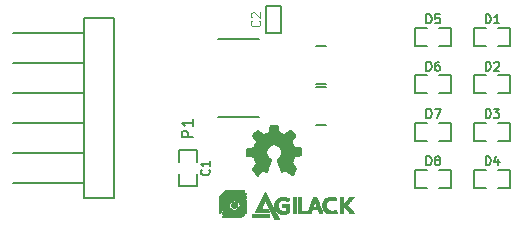
<source format=gbr>
G04 #@! TF.GenerationSoftware,KiCad,Pcbnew,5.0.2*
G04 #@! TF.CreationDate,2020-06-05T09:12:56+02:00*
G04 #@! TF.ProjectId,pmod-8leds,706d6f64-2d38-46c6-9564-732e6b696361,rev?*
G04 #@! TF.SameCoordinates,Original*
G04 #@! TF.FileFunction,Legend,Top*
G04 #@! TF.FilePolarity,Positive*
%FSLAX46Y46*%
G04 Gerber Fmt 4.6, Leading zero omitted, Abs format (unit mm)*
G04 Created by KiCad (PCBNEW 5.0.2) date ven. 05 juin 2020 09:12:56 CEST*
%MOMM*%
%LPD*%
G01*
G04 APERTURE LIST*
%ADD10C,0.150000*%
%ADD11C,0.203200*%
%ADD12C,0.127000*%
%ADD13C,0.027940*%
%ADD14C,0.101600*%
G04 APERTURE END LIST*
D10*
G04 #@! TO.C,P1*
X123460000Y-98650000D02*
X129460000Y-98650000D01*
X123460000Y-101190000D02*
X129460000Y-101190000D01*
X123460000Y-103730000D02*
X129460000Y-103730000D01*
X123460000Y-106270000D02*
X129460000Y-106270000D01*
X123460000Y-108810000D02*
X129460000Y-108810000D01*
X123460000Y-111350000D02*
X129460000Y-111350000D01*
X132000000Y-112620000D02*
X132000000Y-97380000D01*
X132000000Y-97380000D02*
X129460000Y-97380000D01*
X129460000Y-97380000D02*
X129460000Y-112620000D01*
X132000000Y-112620000D02*
X129460000Y-112620000D01*
D11*
G04 #@! TO.C,U1*
X144247520Y-99150000D02*
X140752480Y-99150000D01*
X140752480Y-105750000D02*
X144247520Y-105750000D01*
D12*
G04 #@! TO.C,C1*
X139012000Y-110608000D02*
X139012000Y-111624000D01*
X139012000Y-111624000D02*
X137488000Y-111624000D01*
X137488000Y-111624000D02*
X137488000Y-110608000D01*
X137488000Y-109592000D02*
X137488000Y-108576000D01*
X137488000Y-108576000D02*
X139012000Y-108576000D01*
X139012000Y-108576000D02*
X139012000Y-109592000D01*
D10*
G04 #@! TO.C,RP1*
X149900000Y-102975000D02*
X149100000Y-102975000D01*
X149900000Y-99725000D02*
X149100000Y-99725000D01*
G04 #@! TO.C,RP2*
X149900000Y-103225000D02*
X149100000Y-103225000D01*
X149900000Y-106475000D02*
X149100000Y-106475000D01*
D12*
G04 #@! TO.C,D1*
X165524000Y-99762000D02*
X164508000Y-99762000D01*
X165524000Y-98238000D02*
X165524000Y-99762000D01*
X164508000Y-98238000D02*
X165524000Y-98238000D01*
X162476000Y-98238000D02*
X163492000Y-98238000D01*
X162476000Y-99762000D02*
X162476000Y-98238000D01*
X163492000Y-99762000D02*
X162476000Y-99762000D01*
G04 #@! TO.C,D2*
X165524000Y-103762000D02*
X164508000Y-103762000D01*
X165524000Y-102238000D02*
X165524000Y-103762000D01*
X164508000Y-102238000D02*
X165524000Y-102238000D01*
X162476000Y-102238000D02*
X163492000Y-102238000D01*
X162476000Y-103762000D02*
X162476000Y-102238000D01*
X163492000Y-103762000D02*
X162476000Y-103762000D01*
G04 #@! TO.C,D3*
X165524000Y-107762000D02*
X164508000Y-107762000D01*
X165524000Y-106238000D02*
X165524000Y-107762000D01*
X164508000Y-106238000D02*
X165524000Y-106238000D01*
X162476000Y-106238000D02*
X163492000Y-106238000D01*
X162476000Y-107762000D02*
X162476000Y-106238000D01*
X163492000Y-107762000D02*
X162476000Y-107762000D01*
G04 #@! TO.C,D4*
X165524000Y-111762000D02*
X164508000Y-111762000D01*
X165524000Y-110238000D02*
X165524000Y-111762000D01*
X164508000Y-110238000D02*
X165524000Y-110238000D01*
X162476000Y-110238000D02*
X163492000Y-110238000D01*
X162476000Y-111762000D02*
X162476000Y-110238000D01*
X163492000Y-111762000D02*
X162476000Y-111762000D01*
G04 #@! TO.C,D5*
X158492000Y-99762000D02*
X157476000Y-99762000D01*
X157476000Y-99762000D02*
X157476000Y-98238000D01*
X157476000Y-98238000D02*
X158492000Y-98238000D01*
X159508000Y-98238000D02*
X160524000Y-98238000D01*
X160524000Y-98238000D02*
X160524000Y-99762000D01*
X160524000Y-99762000D02*
X159508000Y-99762000D01*
G04 #@! TO.C,D6*
X158492000Y-103762000D02*
X157476000Y-103762000D01*
X157476000Y-103762000D02*
X157476000Y-102238000D01*
X157476000Y-102238000D02*
X158492000Y-102238000D01*
X159508000Y-102238000D02*
X160524000Y-102238000D01*
X160524000Y-102238000D02*
X160524000Y-103762000D01*
X160524000Y-103762000D02*
X159508000Y-103762000D01*
G04 #@! TO.C,D7*
X158492000Y-107762000D02*
X157476000Y-107762000D01*
X157476000Y-107762000D02*
X157476000Y-106238000D01*
X157476000Y-106238000D02*
X158492000Y-106238000D01*
X159508000Y-106238000D02*
X160524000Y-106238000D01*
X160524000Y-106238000D02*
X160524000Y-107762000D01*
X160524000Y-107762000D02*
X159508000Y-107762000D01*
G04 #@! TO.C,D8*
X158492000Y-111762000D02*
X157476000Y-111762000D01*
X157476000Y-111762000D02*
X157476000Y-110238000D01*
X157476000Y-110238000D02*
X158492000Y-110238000D01*
X159508000Y-110238000D02*
X160524000Y-110238000D01*
X160524000Y-110238000D02*
X160524000Y-111762000D01*
X160524000Y-111762000D02*
X159508000Y-111762000D01*
G04 #@! TO.C,C2*
X144865000Y-98643000D02*
X144865000Y-96357000D01*
X144865000Y-96357000D02*
X146135000Y-96357000D01*
X146135000Y-96357000D02*
X146135000Y-98643000D01*
X146135000Y-98643000D02*
X144865000Y-98643000D01*
D13*
G04 #@! TO.C,agilack-11.5*
X145592840Y-114438720D02*
X145973840Y-114438720D01*
X145567440Y-114413320D02*
X145948440Y-114413320D01*
X145567440Y-114387920D02*
X145948440Y-114387920D01*
X145542040Y-114362520D02*
X145923040Y-114362520D01*
X145542040Y-114337120D02*
X145923040Y-114337120D01*
X145516640Y-114311720D02*
X145897640Y-114311720D01*
X145516640Y-114286320D02*
X145897640Y-114286320D01*
X145491240Y-114260920D02*
X145872240Y-114260920D01*
X145491240Y-114235520D02*
X145872240Y-114235520D01*
X143637040Y-114235520D02*
X145110240Y-114235520D01*
X145465840Y-114210120D02*
X145846840Y-114210120D01*
X143637040Y-114210120D02*
X145110240Y-114210120D01*
X141122440Y-114210120D02*
X142773440Y-114210120D01*
X145465840Y-114184720D02*
X145846840Y-114184720D01*
X143637040Y-114184720D02*
X145110240Y-114184720D01*
X141122440Y-114184720D02*
X142798840Y-114184720D01*
X145440440Y-114159320D02*
X145821440Y-114159320D01*
X143637040Y-114159320D02*
X145110240Y-114159320D01*
X141122440Y-114159320D02*
X142824240Y-114159320D01*
X145440440Y-114133920D02*
X145821440Y-114133920D01*
X143637040Y-114133920D02*
X145110240Y-114133920D01*
X141173240Y-114133920D02*
X142849640Y-114133920D01*
X145415040Y-114108520D02*
X145796040Y-114108520D01*
X143637040Y-114108520D02*
X145110240Y-114108520D01*
X141198640Y-114108520D02*
X142875040Y-114108520D01*
X145415040Y-114083120D02*
X145770640Y-114083120D01*
X143637040Y-114083120D02*
X145110240Y-114083120D01*
X141224040Y-114083120D02*
X142900440Y-114083120D01*
X145389640Y-114057720D02*
X145770640Y-114057720D01*
X143637040Y-114057720D02*
X145110240Y-114057720D01*
X141249440Y-114057720D02*
X142925840Y-114057720D01*
X145389640Y-114032320D02*
X145745240Y-114032320D01*
X143637040Y-114032320D02*
X145110240Y-114032320D01*
X141274840Y-114032320D02*
X142951240Y-114032320D01*
X145364240Y-114006920D02*
X145745240Y-114006920D01*
X143637040Y-114006920D02*
X145110240Y-114006920D01*
X141300240Y-114006920D02*
X142976640Y-114006920D01*
X141122440Y-114006920D02*
X141147840Y-114006920D01*
X145364240Y-113981520D02*
X145719840Y-113981520D01*
X141325640Y-113981520D02*
X143002040Y-113981520D01*
X141122440Y-113981520D02*
X141173240Y-113981520D01*
X146075440Y-113956120D02*
X146507240Y-113956120D01*
X145338840Y-113956120D02*
X145719840Y-113956120D01*
X141351040Y-113956120D02*
X143027440Y-113956120D01*
X141122440Y-113956120D02*
X141198640Y-113956120D01*
X150139440Y-113930720D02*
X150571240Y-113930720D01*
X145999240Y-113930720D02*
X146583440Y-113930720D01*
X145338840Y-113930720D02*
X145694440Y-113930720D01*
X141376440Y-113930720D02*
X143052840Y-113930720D01*
X141122440Y-113930720D02*
X141224040Y-113930720D01*
X151968240Y-113905320D02*
X152323840Y-113905320D01*
X151155440Y-113905320D02*
X151409440Y-113905320D01*
X150063240Y-113905320D02*
X150672840Y-113905320D01*
X149352040Y-113905320D02*
X149631440Y-113905320D01*
X147574040Y-113905320D02*
X148615440Y-113905320D01*
X147142240Y-113905320D02*
X147396240Y-113905320D01*
X145923040Y-113905320D02*
X146659640Y-113905320D01*
X145313440Y-113905320D02*
X145694440Y-113905320D01*
X141401840Y-113905320D02*
X143078240Y-113905320D01*
X141122440Y-113905320D02*
X141249440Y-113905320D01*
X151942840Y-113879920D02*
X152298440Y-113879920D01*
X151155440Y-113879920D02*
X151409440Y-113879920D01*
X149987040Y-113879920D02*
X150749040Y-113879920D01*
X149326640Y-113879920D02*
X149606040Y-113879920D01*
X147574040Y-113879920D02*
X148615440Y-113879920D01*
X147142240Y-113879920D02*
X147396240Y-113879920D01*
X145872240Y-113879920D02*
X146710440Y-113879920D01*
X145313440Y-113879920D02*
X145669040Y-113879920D01*
X141427240Y-113879920D02*
X143103640Y-113879920D01*
X141122440Y-113879920D02*
X141274840Y-113879920D01*
X140868440Y-113879920D02*
X140944640Y-113879920D01*
X151917440Y-113854520D02*
X152273040Y-113854520D01*
X151155440Y-113854520D02*
X151409440Y-113854520D01*
X149961640Y-113854520D02*
X150825240Y-113854520D01*
X149326640Y-113854520D02*
X149606040Y-113854520D01*
X147574040Y-113854520D02*
X148640840Y-113854520D01*
X147142240Y-113854520D02*
X147396240Y-113854520D01*
X145846840Y-113854520D02*
X146735840Y-113854520D01*
X145288040Y-113854520D02*
X145669040Y-113854520D01*
X141452640Y-113854520D02*
X143129040Y-113854520D01*
X141122440Y-113854520D02*
X141300240Y-113854520D01*
X140868440Y-113854520D02*
X140970040Y-113854520D01*
X151892040Y-113829120D02*
X152247640Y-113829120D01*
X151155440Y-113829120D02*
X151409440Y-113829120D01*
X149910840Y-113829120D02*
X150825240Y-113829120D01*
X149301240Y-113829120D02*
X149606040Y-113829120D01*
X147574040Y-113829120D02*
X148640840Y-113829120D01*
X147142240Y-113829120D02*
X147396240Y-113829120D01*
X145821440Y-113829120D02*
X146786640Y-113829120D01*
X145288040Y-113829120D02*
X145643640Y-113829120D01*
X143916440Y-113829120D02*
X145110240Y-113829120D01*
X141478040Y-113829120D02*
X143154440Y-113829120D01*
X141122440Y-113829120D02*
X141325640Y-113829120D01*
X140868440Y-113829120D02*
X140995440Y-113829120D01*
X151866640Y-113803720D02*
X152222240Y-113803720D01*
X151155440Y-113803720D02*
X151409440Y-113803720D01*
X149885440Y-113803720D02*
X150799840Y-113803720D01*
X149301240Y-113803720D02*
X149580640Y-113803720D01*
X147574040Y-113803720D02*
X148640840Y-113803720D01*
X147142240Y-113803720D02*
X147396240Y-113803720D01*
X145770640Y-113803720D02*
X146812040Y-113803720D01*
X145262640Y-113803720D02*
X145643640Y-113803720D01*
X143916440Y-113803720D02*
X145110240Y-113803720D01*
X141503440Y-113803720D02*
X143179840Y-113803720D01*
X141173240Y-113803720D02*
X141351040Y-113803720D01*
X140868440Y-113803720D02*
X141020840Y-113803720D01*
X151841240Y-113778320D02*
X152222240Y-113778320D01*
X151155440Y-113778320D02*
X151409440Y-113778320D01*
X149834640Y-113778320D02*
X150799840Y-113778320D01*
X149301240Y-113778320D02*
X149580640Y-113778320D01*
X147574040Y-113778320D02*
X148666240Y-113778320D01*
X147142240Y-113778320D02*
X147396240Y-113778320D01*
X145770640Y-113778320D02*
X146837440Y-113778320D01*
X145262640Y-113778320D02*
X145618240Y-113778320D01*
X143916440Y-113778320D02*
X145110240Y-113778320D01*
X141528840Y-113778320D02*
X143179840Y-113778320D01*
X141198640Y-113778320D02*
X141376440Y-113778320D01*
X140868440Y-113778320D02*
X141046240Y-113778320D01*
X151841240Y-113752920D02*
X152196840Y-113752920D01*
X151155440Y-113752920D02*
X151409440Y-113752920D01*
X149809240Y-113752920D02*
X150799840Y-113752920D01*
X149275840Y-113752920D02*
X149580640Y-113752920D01*
X147574040Y-113752920D02*
X148666240Y-113752920D01*
X147142240Y-113752920D02*
X147396240Y-113752920D01*
X145745240Y-113752920D02*
X146837440Y-113752920D01*
X145237240Y-113752920D02*
X145618240Y-113752920D01*
X143941840Y-113752920D02*
X145084840Y-113752920D01*
X141554240Y-113752920D02*
X143179840Y-113752920D01*
X141224040Y-113752920D02*
X141401840Y-113752920D01*
X140868440Y-113752920D02*
X141046240Y-113752920D01*
X151815840Y-113727520D02*
X152171440Y-113727520D01*
X151155440Y-113727520D02*
X151409440Y-113727520D01*
X149783840Y-113727520D02*
X150774440Y-113727520D01*
X149275840Y-113727520D02*
X149555240Y-113727520D01*
X147574040Y-113727520D02*
X148666240Y-113727520D01*
X147142240Y-113727520D02*
X147396240Y-113727520D01*
X145719840Y-113727520D02*
X146837440Y-113727520D01*
X145237240Y-113727520D02*
X145592840Y-113727520D01*
X143941840Y-113727520D02*
X145084840Y-113727520D01*
X141579640Y-113727520D02*
X143179840Y-113727520D01*
X141249440Y-113727520D02*
X141427240Y-113727520D01*
X140868440Y-113727520D02*
X141046240Y-113727520D01*
X151790440Y-113702120D02*
X152146040Y-113702120D01*
X151155440Y-113702120D02*
X151409440Y-113702120D01*
X149783840Y-113702120D02*
X150774440Y-113702120D01*
X149250440Y-113702120D02*
X149555240Y-113702120D01*
X147574040Y-113702120D02*
X148691640Y-113702120D01*
X147142240Y-113702120D02*
X147396240Y-113702120D01*
X146456440Y-113702120D02*
X146837440Y-113702120D01*
X145694440Y-113702120D02*
X146177040Y-113702120D01*
X145211840Y-113702120D02*
X145592840Y-113702120D01*
X143967240Y-113702120D02*
X145059440Y-113702120D01*
X141605040Y-113702120D02*
X143179840Y-113702120D01*
X141274840Y-113702120D02*
X141452640Y-113702120D01*
X140868440Y-113702120D02*
X141046240Y-113702120D01*
X151765040Y-113676720D02*
X152120640Y-113676720D01*
X151155440Y-113676720D02*
X151409440Y-113676720D01*
X150571240Y-113676720D02*
X150749040Y-113676720D01*
X149758440Y-113676720D02*
X150241040Y-113676720D01*
X149250440Y-113676720D02*
X149555240Y-113676720D01*
X148412240Y-113676720D02*
X148691640Y-113676720D01*
X147574040Y-113676720D02*
X147828040Y-113676720D01*
X147142240Y-113676720D02*
X147396240Y-113676720D01*
X146532640Y-113676720D02*
X146837440Y-113676720D01*
X145669040Y-113676720D02*
X146100840Y-113676720D01*
X145211840Y-113676720D02*
X145567440Y-113676720D01*
X143967240Y-113676720D02*
X145059440Y-113676720D01*
X141630440Y-113676720D02*
X143179840Y-113676720D01*
X141300240Y-113676720D02*
X141478040Y-113676720D01*
X140868440Y-113676720D02*
X141046240Y-113676720D01*
X151739640Y-113651320D02*
X152095240Y-113651320D01*
X151155440Y-113651320D02*
X151409440Y-113651320D01*
X150647440Y-113651320D02*
X150749040Y-113651320D01*
X149733040Y-113651320D02*
X150164840Y-113651320D01*
X149250440Y-113651320D02*
X149529840Y-113651320D01*
X148437640Y-113651320D02*
X148717040Y-113651320D01*
X147574040Y-113651320D02*
X147828040Y-113651320D01*
X147142240Y-113651320D02*
X147396240Y-113651320D01*
X146558040Y-113651320D02*
X146837440Y-113651320D01*
X145669040Y-113651320D02*
X146050040Y-113651320D01*
X145186440Y-113651320D02*
X145567440Y-113651320D01*
X143992640Y-113651320D02*
X145034040Y-113651320D01*
X141655840Y-113651320D02*
X143179840Y-113651320D01*
X141325640Y-113651320D02*
X141503440Y-113651320D01*
X141122440Y-113651320D02*
X141173240Y-113651320D01*
X140868440Y-113651320D02*
X141046240Y-113651320D01*
X151714240Y-113625920D02*
X152069840Y-113625920D01*
X151155440Y-113625920D02*
X151409440Y-113625920D01*
X149733040Y-113625920D02*
X150114040Y-113625920D01*
X149225040Y-113625920D02*
X149529840Y-113625920D01*
X148437640Y-113625920D02*
X148717040Y-113625920D01*
X147574040Y-113625920D02*
X147828040Y-113625920D01*
X147142240Y-113625920D02*
X147396240Y-113625920D01*
X146583440Y-113625920D02*
X146837440Y-113625920D01*
X145643640Y-113625920D02*
X146024640Y-113625920D01*
X145186440Y-113625920D02*
X145542040Y-113625920D01*
X143992640Y-113625920D02*
X145034040Y-113625920D01*
X141681240Y-113625920D02*
X143179840Y-113625920D01*
X141351040Y-113625920D02*
X141528840Y-113625920D01*
X141122440Y-113625920D02*
X141198640Y-113625920D01*
X140868440Y-113625920D02*
X141046240Y-113625920D01*
X151688840Y-113600520D02*
X152044440Y-113600520D01*
X151155440Y-113600520D02*
X151409440Y-113600520D01*
X149707640Y-113600520D02*
X150088640Y-113600520D01*
X149225040Y-113600520D02*
X149504440Y-113600520D01*
X148437640Y-113600520D02*
X148717040Y-113600520D01*
X147574040Y-113600520D02*
X147828040Y-113600520D01*
X147142240Y-113600520D02*
X147396240Y-113600520D01*
X146583440Y-113600520D02*
X146837440Y-113600520D01*
X145643640Y-113600520D02*
X145999240Y-113600520D01*
X145161040Y-113600520D02*
X145542040Y-113600520D01*
X144018040Y-113600520D02*
X145008640Y-113600520D01*
X142189240Y-113600520D02*
X143179840Y-113600520D01*
X141706640Y-113600520D02*
X142087640Y-113600520D01*
X141376440Y-113600520D02*
X141554240Y-113600520D01*
X141122440Y-113600520D02*
X141224040Y-113600520D01*
X140868440Y-113600520D02*
X141046240Y-113600520D01*
X151663440Y-113575120D02*
X152019040Y-113575120D01*
X151155440Y-113575120D02*
X151409440Y-113575120D01*
X149682240Y-113575120D02*
X150063240Y-113575120D01*
X149225040Y-113575120D02*
X149504440Y-113575120D01*
X148463040Y-113575120D02*
X148742440Y-113575120D01*
X147574040Y-113575120D02*
X147828040Y-113575120D01*
X147142240Y-113575120D02*
X147396240Y-113575120D01*
X146583440Y-113575120D02*
X146837440Y-113575120D01*
X145618240Y-113575120D02*
X145973840Y-113575120D01*
X145161040Y-113575120D02*
X145516640Y-113575120D01*
X144018040Y-113575120D02*
X145008640Y-113575120D01*
X142290840Y-113575120D02*
X143179840Y-113575120D01*
X141732040Y-113575120D02*
X142011440Y-113575120D01*
X141401840Y-113575120D02*
X141579640Y-113575120D01*
X141122440Y-113575120D02*
X141249440Y-113575120D01*
X140868440Y-113575120D02*
X141046240Y-113575120D01*
X151663440Y-113549720D02*
X151993640Y-113549720D01*
X151155440Y-113549720D02*
X151409440Y-113549720D01*
X149682240Y-113549720D02*
X150037840Y-113549720D01*
X148463040Y-113549720D02*
X149504440Y-113549720D01*
X147574040Y-113549720D02*
X147828040Y-113549720D01*
X147142240Y-113549720D02*
X147396240Y-113549720D01*
X146583440Y-113549720D02*
X146837440Y-113549720D01*
X145618240Y-113549720D02*
X145948440Y-113549720D01*
X145135640Y-113549720D02*
X145516640Y-113549720D01*
X144043440Y-113549720D02*
X144983240Y-113549720D01*
X142341640Y-113549720D02*
X143179840Y-113549720D01*
X141757440Y-113549720D02*
X141935240Y-113549720D01*
X141427240Y-113549720D02*
X141605040Y-113549720D01*
X141122440Y-113549720D02*
X141274840Y-113549720D01*
X140868440Y-113549720D02*
X141046240Y-113549720D01*
X151638040Y-113524320D02*
X151993640Y-113524320D01*
X151155440Y-113524320D02*
X151409440Y-113524320D01*
X149682240Y-113524320D02*
X150012440Y-113524320D01*
X148488440Y-113524320D02*
X149479040Y-113524320D01*
X147574040Y-113524320D02*
X147828040Y-113524320D01*
X147142240Y-113524320D02*
X147396240Y-113524320D01*
X146583440Y-113524320D02*
X146837440Y-113524320D01*
X145592840Y-113524320D02*
X145923040Y-113524320D01*
X145135640Y-113524320D02*
X145491240Y-113524320D01*
X144043440Y-113524320D02*
X144983240Y-113524320D01*
X142367040Y-113524320D02*
X143179840Y-113524320D01*
X141782840Y-113524320D02*
X141909840Y-113524320D01*
X141452640Y-113524320D02*
X141630440Y-113524320D01*
X141122440Y-113524320D02*
X141300240Y-113524320D01*
X140868440Y-113524320D02*
X141046240Y-113524320D01*
X151612640Y-113498920D02*
X151968240Y-113498920D01*
X151155440Y-113498920D02*
X151409440Y-113498920D01*
X149656840Y-113498920D02*
X149987040Y-113498920D01*
X148488440Y-113498920D02*
X149479040Y-113498920D01*
X147574040Y-113498920D02*
X147828040Y-113498920D01*
X147142240Y-113498920D02*
X147396240Y-113498920D01*
X146583440Y-113498920D02*
X146837440Y-113498920D01*
X145592840Y-113498920D02*
X145923040Y-113498920D01*
X145110240Y-113498920D02*
X145491240Y-113498920D01*
X144068840Y-113498920D02*
X144449840Y-113498920D01*
X142417840Y-113498920D02*
X143179840Y-113498920D01*
X141808240Y-113498920D02*
X141884440Y-113498920D01*
X141478040Y-113498920D02*
X141655840Y-113498920D01*
X141122440Y-113498920D02*
X141325640Y-113498920D01*
X140868440Y-113498920D02*
X141046240Y-113498920D01*
X151587240Y-113473520D02*
X151942840Y-113473520D01*
X151155440Y-113473520D02*
X151409440Y-113473520D01*
X149656840Y-113473520D02*
X149961640Y-113473520D01*
X148488440Y-113473520D02*
X149479040Y-113473520D01*
X147574040Y-113473520D02*
X147828040Y-113473520D01*
X147142240Y-113473520D02*
X147396240Y-113473520D01*
X146583440Y-113473520D02*
X146837440Y-113473520D01*
X145592840Y-113473520D02*
X145897640Y-113473520D01*
X145110240Y-113473520D02*
X145465840Y-113473520D01*
X144068840Y-113473520D02*
X144449840Y-113473520D01*
X142443240Y-113473520D02*
X143179840Y-113473520D01*
X142113040Y-113473520D02*
X142163840Y-113473520D01*
X141833640Y-113473520D02*
X141859040Y-113473520D01*
X141503440Y-113473520D02*
X141681240Y-113473520D01*
X141122440Y-113473520D02*
X141351040Y-113473520D01*
X140868440Y-113473520D02*
X141046240Y-113473520D01*
X151561840Y-113448120D02*
X151917440Y-113448120D01*
X151155440Y-113448120D02*
X151409440Y-113448120D01*
X149656840Y-113448120D02*
X149961640Y-113448120D01*
X148513840Y-113448120D02*
X149453640Y-113448120D01*
X147574040Y-113448120D02*
X147828040Y-113448120D01*
X147142240Y-113448120D02*
X147396240Y-113448120D01*
X146583440Y-113448120D02*
X146837440Y-113448120D01*
X145592840Y-113448120D02*
X145872240Y-113448120D01*
X145084840Y-113448120D02*
X145465840Y-113448120D01*
X144094240Y-113448120D02*
X144475240Y-113448120D01*
X142443240Y-113448120D02*
X143179840Y-113448120D01*
X142036840Y-113448120D02*
X142265440Y-113448120D01*
X141528840Y-113448120D02*
X141706640Y-113448120D01*
X141122440Y-113448120D02*
X141351040Y-113448120D01*
X140868440Y-113448120D02*
X141046240Y-113448120D01*
X151536440Y-113422720D02*
X151892040Y-113422720D01*
X151155440Y-113422720D02*
X151409440Y-113422720D01*
X149631440Y-113422720D02*
X149936240Y-113422720D01*
X148513840Y-113422720D02*
X149453640Y-113422720D01*
X147574040Y-113422720D02*
X147828040Y-113422720D01*
X147142240Y-113422720D02*
X147396240Y-113422720D01*
X146583440Y-113422720D02*
X146837440Y-113422720D01*
X145567440Y-113422720D02*
X145872240Y-113422720D01*
X145084840Y-113422720D02*
X145440440Y-113422720D01*
X144094240Y-113422720D02*
X144475240Y-113422720D01*
X142468640Y-113422720D02*
X143179840Y-113422720D01*
X141986040Y-113422720D02*
X142290840Y-113422720D01*
X141554240Y-113422720D02*
X141732040Y-113422720D01*
X141122440Y-113422720D02*
X141376440Y-113422720D01*
X140868440Y-113422720D02*
X141046240Y-113422720D01*
X151511040Y-113397320D02*
X151866640Y-113397320D01*
X151155440Y-113397320D02*
X151409440Y-113397320D01*
X149631440Y-113397320D02*
X149936240Y-113397320D01*
X148513840Y-113397320D02*
X149428240Y-113397320D01*
X147574040Y-113397320D02*
X147828040Y-113397320D01*
X147142240Y-113397320D02*
X147396240Y-113397320D01*
X146583440Y-113397320D02*
X146837440Y-113397320D01*
X145567440Y-113397320D02*
X145872240Y-113397320D01*
X145059440Y-113397320D02*
X145440440Y-113397320D01*
X144119640Y-113397320D02*
X144500640Y-113397320D01*
X142494040Y-113397320D02*
X143179840Y-113397320D01*
X141960640Y-113397320D02*
X142341640Y-113397320D01*
X141579640Y-113397320D02*
X141757440Y-113397320D01*
X141122440Y-113397320D02*
X141401840Y-113397320D01*
X140868440Y-113397320D02*
X141046240Y-113397320D01*
X151511040Y-113371920D02*
X151841240Y-113371920D01*
X151155440Y-113371920D02*
X151409440Y-113371920D01*
X149631440Y-113371920D02*
X149936240Y-113371920D01*
X148539240Y-113371920D02*
X149428240Y-113371920D01*
X147574040Y-113371920D02*
X147828040Y-113371920D01*
X147142240Y-113371920D02*
X147396240Y-113371920D01*
X146202440Y-113371920D02*
X146837440Y-113371920D01*
X145567440Y-113371920D02*
X145846840Y-113371920D01*
X145059440Y-113371920D02*
X145415040Y-113371920D01*
X144119640Y-113371920D02*
X144500640Y-113371920D01*
X142519440Y-113371920D02*
X143179840Y-113371920D01*
X141935240Y-113371920D02*
X142341640Y-113371920D01*
X141605040Y-113371920D02*
X141757440Y-113371920D01*
X141122440Y-113371920D02*
X141427240Y-113371920D01*
X140868440Y-113371920D02*
X141046240Y-113371920D01*
X151485640Y-113346520D02*
X151815840Y-113346520D01*
X151155440Y-113346520D02*
X151409440Y-113346520D01*
X149631440Y-113346520D02*
X149910840Y-113346520D01*
X148539240Y-113346520D02*
X149428240Y-113346520D01*
X147574040Y-113346520D02*
X147828040Y-113346520D01*
X147142240Y-113346520D02*
X147396240Y-113346520D01*
X146202440Y-113346520D02*
X146837440Y-113346520D01*
X145567440Y-113346520D02*
X145846840Y-113346520D01*
X145034040Y-113346520D02*
X145415040Y-113346520D01*
X144145040Y-113346520D02*
X144526040Y-113346520D01*
X142544840Y-113346520D02*
X143179840Y-113346520D01*
X141935240Y-113346520D02*
X142367040Y-113346520D01*
X141630440Y-113346520D02*
X141757440Y-113346520D01*
X141122440Y-113346520D02*
X141452640Y-113346520D01*
X140868440Y-113346520D02*
X141046240Y-113346520D01*
X151460240Y-113321120D02*
X151790440Y-113321120D01*
X151155440Y-113321120D02*
X151409440Y-113321120D01*
X149631440Y-113321120D02*
X149910840Y-113321120D01*
X149123440Y-113321120D02*
X149402840Y-113321120D01*
X148539240Y-113321120D02*
X148818640Y-113321120D01*
X147574040Y-113321120D02*
X147828040Y-113321120D01*
X147142240Y-113321120D02*
X147396240Y-113321120D01*
X146202440Y-113321120D02*
X146837440Y-113321120D01*
X145567440Y-113321120D02*
X145846840Y-113321120D01*
X145034040Y-113321120D02*
X145389640Y-113321120D01*
X144145040Y-113321120D02*
X144526040Y-113321120D01*
X142570240Y-113321120D02*
X143179840Y-113321120D01*
X141909840Y-113321120D02*
X142367040Y-113321120D01*
X141655840Y-113321120D02*
X141757440Y-113321120D01*
X141122440Y-113321120D02*
X141478040Y-113321120D01*
X140868440Y-113321120D02*
X141046240Y-113321120D01*
X151434840Y-113295720D02*
X151765040Y-113295720D01*
X151155440Y-113295720D02*
X151409440Y-113295720D01*
X149631440Y-113295720D02*
X149910840Y-113295720D01*
X149123440Y-113295720D02*
X149402840Y-113295720D01*
X148564640Y-113295720D02*
X148818640Y-113295720D01*
X147574040Y-113295720D02*
X147828040Y-113295720D01*
X147142240Y-113295720D02*
X147396240Y-113295720D01*
X146202440Y-113295720D02*
X146837440Y-113295720D01*
X145567440Y-113295720D02*
X145846840Y-113295720D01*
X145008640Y-113295720D02*
X145389640Y-113295720D01*
X144170440Y-113295720D02*
X144551440Y-113295720D01*
X142595640Y-113295720D02*
X143179840Y-113295720D01*
X141909840Y-113295720D02*
X142392440Y-113295720D01*
X141681240Y-113295720D02*
X141757440Y-113295720D01*
X141122440Y-113295720D02*
X141503440Y-113295720D01*
X140868440Y-113295720D02*
X141046240Y-113295720D01*
X151155440Y-113270320D02*
X151765040Y-113270320D01*
X149631440Y-113270320D02*
X149910840Y-113270320D01*
X149123440Y-113270320D02*
X149402840Y-113270320D01*
X148564640Y-113270320D02*
X148844040Y-113270320D01*
X147574040Y-113270320D02*
X147828040Y-113270320D01*
X147142240Y-113270320D02*
X147396240Y-113270320D01*
X146202440Y-113270320D02*
X146837440Y-113270320D01*
X145567440Y-113270320D02*
X145846840Y-113270320D01*
X145008640Y-113270320D02*
X145364240Y-113270320D01*
X144170440Y-113270320D02*
X144551440Y-113270320D01*
X142621040Y-113270320D02*
X143179840Y-113270320D01*
X141909840Y-113270320D02*
X142392440Y-113270320D01*
X141706640Y-113270320D02*
X141757440Y-113270320D01*
X141122440Y-113270320D02*
X141528840Y-113270320D01*
X140868440Y-113270320D02*
X141046240Y-113270320D01*
X151155440Y-113244920D02*
X151739640Y-113244920D01*
X149631440Y-113244920D02*
X149910840Y-113244920D01*
X149098040Y-113244920D02*
X149377440Y-113244920D01*
X148590040Y-113244920D02*
X148844040Y-113244920D01*
X147574040Y-113244920D02*
X147828040Y-113244920D01*
X147142240Y-113244920D02*
X147396240Y-113244920D01*
X146202440Y-113244920D02*
X146837440Y-113244920D01*
X145567440Y-113244920D02*
X145846840Y-113244920D01*
X144983240Y-113244920D02*
X145364240Y-113244920D01*
X144195840Y-113244920D02*
X144551440Y-113244920D01*
X142646440Y-113244920D02*
X143179840Y-113244920D01*
X141909840Y-113244920D02*
X142392440Y-113244920D01*
X141732040Y-113244920D02*
X141757440Y-113244920D01*
X141122440Y-113244920D02*
X141554240Y-113244920D01*
X140868440Y-113244920D02*
X141046240Y-113244920D01*
X151155440Y-113219520D02*
X151714240Y-113219520D01*
X149631440Y-113219520D02*
X149910840Y-113219520D01*
X149098040Y-113219520D02*
X149377440Y-113219520D01*
X148590040Y-113219520D02*
X148844040Y-113219520D01*
X147574040Y-113219520D02*
X147828040Y-113219520D01*
X147142240Y-113219520D02*
X147396240Y-113219520D01*
X146202440Y-113219520D02*
X146837440Y-113219520D01*
X145567440Y-113219520D02*
X145846840Y-113219520D01*
X144983240Y-113219520D02*
X145338840Y-113219520D01*
X144195840Y-113219520D02*
X144576840Y-113219520D01*
X142671840Y-113219520D02*
X143179840Y-113219520D01*
X141909840Y-113219520D02*
X142392440Y-113219520D01*
X141122440Y-113219520D02*
X141579640Y-113219520D01*
X140868440Y-113219520D02*
X141046240Y-113219520D01*
X151155440Y-113194120D02*
X151688840Y-113194120D01*
X149631440Y-113194120D02*
X149910840Y-113194120D01*
X149098040Y-113194120D02*
X149377440Y-113194120D01*
X148590040Y-113194120D02*
X148869440Y-113194120D01*
X147574040Y-113194120D02*
X147828040Y-113194120D01*
X147142240Y-113194120D02*
X147396240Y-113194120D01*
X146202440Y-113194120D02*
X146837440Y-113194120D01*
X145567440Y-113194120D02*
X145846840Y-113194120D01*
X144957840Y-113194120D02*
X145338840Y-113194120D01*
X144221240Y-113194120D02*
X144576840Y-113194120D01*
X142697240Y-113194120D02*
X143179840Y-113194120D01*
X141909840Y-113194120D02*
X142392440Y-113194120D01*
X141122440Y-113194120D02*
X141605040Y-113194120D01*
X140868440Y-113194120D02*
X141046240Y-113194120D01*
X151155440Y-113168720D02*
X151688840Y-113168720D01*
X149631440Y-113168720D02*
X149910840Y-113168720D01*
X149072640Y-113168720D02*
X149352040Y-113168720D01*
X148615440Y-113168720D02*
X148869440Y-113168720D01*
X147574040Y-113168720D02*
X147828040Y-113168720D01*
X147142240Y-113168720D02*
X147396240Y-113168720D01*
X146202440Y-113168720D02*
X146837440Y-113168720D01*
X145567440Y-113168720D02*
X145846840Y-113168720D01*
X144957840Y-113168720D02*
X145313440Y-113168720D01*
X144221240Y-113168720D02*
X144602240Y-113168720D01*
X142722640Y-113168720D02*
X143179840Y-113168720D01*
X142544840Y-113168720D02*
X142570240Y-113168720D01*
X141909840Y-113168720D02*
X142392440Y-113168720D01*
X141122440Y-113168720D02*
X141630440Y-113168720D01*
X140868440Y-113168720D02*
X141046240Y-113168720D01*
X151155440Y-113143320D02*
X151714240Y-113143320D01*
X149631440Y-113143320D02*
X149910840Y-113143320D01*
X149072640Y-113143320D02*
X149352040Y-113143320D01*
X148615440Y-113143320D02*
X148869440Y-113143320D01*
X147574040Y-113143320D02*
X147828040Y-113143320D01*
X147142240Y-113143320D02*
X147396240Y-113143320D01*
X145567440Y-113143320D02*
X145846840Y-113143320D01*
X144932440Y-113143320D02*
X145313440Y-113143320D01*
X144246640Y-113143320D02*
X144602240Y-113143320D01*
X142748040Y-113143320D02*
X143179840Y-113143320D01*
X142544840Y-113143320D02*
X142595640Y-113143320D01*
X141909840Y-113143320D02*
X142392440Y-113143320D01*
X141122440Y-113143320D02*
X141655840Y-113143320D01*
X140868440Y-113143320D02*
X141046240Y-113143320D01*
X151434840Y-113117920D02*
X151739640Y-113117920D01*
X151155440Y-113117920D02*
X151409440Y-113117920D01*
X149631440Y-113117920D02*
X149910840Y-113117920D01*
X149072640Y-113117920D02*
X149326640Y-113117920D01*
X148615440Y-113117920D02*
X148894840Y-113117920D01*
X147574040Y-113117920D02*
X147828040Y-113117920D01*
X147142240Y-113117920D02*
X147396240Y-113117920D01*
X145567440Y-113117920D02*
X145846840Y-113117920D01*
X144932440Y-113117920D02*
X145288040Y-113117920D01*
X144246640Y-113117920D02*
X144627640Y-113117920D01*
X142773440Y-113117920D02*
X143179840Y-113117920D01*
X142544840Y-113117920D02*
X142621040Y-113117920D01*
X141909840Y-113117920D02*
X142367040Y-113117920D01*
X141122440Y-113117920D02*
X141681240Y-113117920D01*
X140868440Y-113117920D02*
X141046240Y-113117920D01*
X151434840Y-113092520D02*
X151765040Y-113092520D01*
X151155440Y-113092520D02*
X151409440Y-113092520D01*
X149631440Y-113092520D02*
X149910840Y-113092520D01*
X149047240Y-113092520D02*
X149326640Y-113092520D01*
X148640840Y-113092520D02*
X148894840Y-113092520D01*
X147574040Y-113092520D02*
X147828040Y-113092520D01*
X147142240Y-113092520D02*
X147396240Y-113092520D01*
X145567440Y-113092520D02*
X145872240Y-113092520D01*
X144907040Y-113092520D02*
X145288040Y-113092520D01*
X144272040Y-113092520D02*
X144627640Y-113092520D01*
X142798840Y-113092520D02*
X143179840Y-113092520D01*
X142544840Y-113092520D02*
X142646440Y-113092520D01*
X141935240Y-113092520D02*
X142367040Y-113092520D01*
X141122440Y-113092520D02*
X141706640Y-113092520D01*
X140868440Y-113092520D02*
X141046240Y-113092520D01*
X151460240Y-113067120D02*
X151790440Y-113067120D01*
X151155440Y-113067120D02*
X151409440Y-113067120D01*
X149631440Y-113067120D02*
X149936240Y-113067120D01*
X149047240Y-113067120D02*
X149326640Y-113067120D01*
X148640840Y-113067120D02*
X148894840Y-113067120D01*
X147574040Y-113067120D02*
X147828040Y-113067120D01*
X147142240Y-113067120D02*
X147396240Y-113067120D01*
X145567440Y-113067120D02*
X145872240Y-113067120D01*
X144907040Y-113067120D02*
X145262640Y-113067120D01*
X144272040Y-113067120D02*
X144653040Y-113067120D01*
X142824240Y-113067120D02*
X143179840Y-113067120D01*
X142544840Y-113067120D02*
X142697240Y-113067120D01*
X141935240Y-113067120D02*
X142367040Y-113067120D01*
X141122440Y-113067120D02*
X141732040Y-113067120D01*
X140868440Y-113067120D02*
X141046240Y-113067120D01*
X151485640Y-113041720D02*
X151815840Y-113041720D01*
X151155440Y-113041720D02*
X151409440Y-113041720D01*
X149631440Y-113041720D02*
X149936240Y-113041720D01*
X149047240Y-113041720D02*
X149301240Y-113041720D01*
X148640840Y-113041720D02*
X148920240Y-113041720D01*
X147574040Y-113041720D02*
X147828040Y-113041720D01*
X147142240Y-113041720D02*
X147396240Y-113041720D01*
X145592840Y-113041720D02*
X145872240Y-113041720D01*
X144881640Y-113041720D02*
X145262640Y-113041720D01*
X144297440Y-113041720D02*
X144653040Y-113041720D01*
X142849640Y-113041720D02*
X143179840Y-113041720D01*
X142544840Y-113041720D02*
X142722640Y-113041720D01*
X141960640Y-113041720D02*
X142341640Y-113041720D01*
X141122440Y-113041720D02*
X141757440Y-113041720D01*
X140868440Y-113041720D02*
X141046240Y-113041720D01*
X151511040Y-113016320D02*
X151841240Y-113016320D01*
X151155440Y-113016320D02*
X151409440Y-113016320D01*
X149656840Y-113016320D02*
X149961640Y-113016320D01*
X149021840Y-113016320D02*
X149301240Y-113016320D01*
X148666240Y-113016320D02*
X148920240Y-113016320D01*
X147574040Y-113016320D02*
X147828040Y-113016320D01*
X147142240Y-113016320D02*
X147396240Y-113016320D01*
X145592840Y-113016320D02*
X145897640Y-113016320D01*
X144881640Y-113016320D02*
X145237240Y-113016320D01*
X144297440Y-113016320D02*
X144678440Y-113016320D01*
X142875040Y-113016320D02*
X143179840Y-113016320D01*
X142544840Y-113016320D02*
X142748040Y-113016320D01*
X141986040Y-113016320D02*
X142316240Y-113016320D01*
X141122440Y-113016320D02*
X141782840Y-113016320D01*
X140868440Y-113016320D02*
X141046240Y-113016320D01*
X151536440Y-112990920D02*
X151866640Y-112990920D01*
X151155440Y-112990920D02*
X151409440Y-112990920D01*
X149656840Y-112990920D02*
X149961640Y-112990920D01*
X149021840Y-112990920D02*
X149301240Y-112990920D01*
X148666240Y-112990920D02*
X148920240Y-112990920D01*
X147574040Y-112990920D02*
X147828040Y-112990920D01*
X147142240Y-112990920D02*
X147396240Y-112990920D01*
X145592840Y-112990920D02*
X145897640Y-112990920D01*
X144856240Y-112990920D02*
X145211840Y-112990920D01*
X144322840Y-112990920D02*
X144678440Y-112990920D01*
X142900440Y-112990920D02*
X143179840Y-112990920D01*
X142570240Y-112990920D02*
X142773440Y-112990920D01*
X142011440Y-112990920D02*
X142290840Y-112990920D01*
X141122440Y-112990920D02*
X141808240Y-112990920D01*
X140868440Y-112990920D02*
X141046240Y-112990920D01*
X151561840Y-112965520D02*
X151892040Y-112965520D01*
X151155440Y-112965520D02*
X151409440Y-112965520D01*
X149656840Y-112965520D02*
X149987040Y-112965520D01*
X149021840Y-112965520D02*
X149275840Y-112965520D01*
X148691640Y-112965520D02*
X148945640Y-112965520D01*
X147574040Y-112965520D02*
X147828040Y-112965520D01*
X147142240Y-112965520D02*
X147396240Y-112965520D01*
X145592840Y-112965520D02*
X145923040Y-112965520D01*
X144856240Y-112965520D02*
X145211840Y-112965520D01*
X144322840Y-112965520D02*
X144703840Y-112965520D01*
X142925840Y-112965520D02*
X143179840Y-112965520D01*
X142595640Y-112965520D02*
X142798840Y-112965520D01*
X142443240Y-112965520D02*
X142468640Y-112965520D01*
X142062240Y-112965520D02*
X142240040Y-112965520D01*
X141122440Y-112965520D02*
X141833640Y-112965520D01*
X140868440Y-112965520D02*
X141046240Y-112965520D01*
X151587240Y-112940120D02*
X151917440Y-112940120D01*
X151155440Y-112940120D02*
X151409440Y-112940120D01*
X149656840Y-112940120D02*
X149987040Y-112940120D01*
X148996440Y-112940120D02*
X149275840Y-112940120D01*
X148691640Y-112940120D02*
X148945640Y-112940120D01*
X147574040Y-112940120D02*
X147828040Y-112940120D01*
X147142240Y-112940120D02*
X147396240Y-112940120D01*
X145618240Y-112940120D02*
X145948440Y-112940120D01*
X144830840Y-112940120D02*
X145186440Y-112940120D01*
X144348240Y-112940120D02*
X144703840Y-112940120D01*
X142951240Y-112940120D02*
X143179840Y-112940120D01*
X142621040Y-112940120D02*
X142824240Y-112940120D01*
X142417840Y-112940120D02*
X142468640Y-112940120D01*
X141122440Y-112940120D02*
X141859040Y-112940120D01*
X140868440Y-112940120D02*
X141046240Y-112940120D01*
X151612640Y-112914720D02*
X151942840Y-112914720D01*
X151155440Y-112914720D02*
X151409440Y-112914720D01*
X149682240Y-112914720D02*
X150012440Y-112914720D01*
X148996440Y-112914720D02*
X149275840Y-112914720D01*
X148691640Y-112914720D02*
X148945640Y-112914720D01*
X147574040Y-112914720D02*
X147828040Y-112914720D01*
X147142240Y-112914720D02*
X147396240Y-112914720D01*
X145618240Y-112914720D02*
X145973840Y-112914720D01*
X144830840Y-112914720D02*
X145186440Y-112914720D01*
X144348240Y-112914720D02*
X144703840Y-112914720D01*
X142976640Y-112914720D02*
X143179840Y-112914720D01*
X142646440Y-112914720D02*
X142849640Y-112914720D01*
X142392440Y-112914720D02*
X142494040Y-112914720D01*
X141122440Y-112914720D02*
X141884440Y-112914720D01*
X140868440Y-112914720D02*
X141046240Y-112914720D01*
X151612640Y-112889320D02*
X151968240Y-112889320D01*
X151155440Y-112889320D02*
X151409440Y-112889320D01*
X149682240Y-112889320D02*
X150037840Y-112889320D01*
X148996440Y-112889320D02*
X149250440Y-112889320D01*
X148717040Y-112889320D02*
X148971040Y-112889320D01*
X147574040Y-112889320D02*
X147828040Y-112889320D01*
X147142240Y-112889320D02*
X147396240Y-112889320D01*
X146659640Y-112889320D02*
X146685040Y-112889320D01*
X145643640Y-112889320D02*
X145999240Y-112889320D01*
X144805440Y-112889320D02*
X145161040Y-112889320D01*
X144373640Y-112889320D02*
X144729240Y-112889320D01*
X143002040Y-112889320D02*
X143179840Y-112889320D01*
X142671840Y-112889320D02*
X142875040Y-112889320D01*
X142367040Y-112889320D02*
X142519440Y-112889320D01*
X141122440Y-112889320D02*
X141935240Y-112889320D01*
X140868440Y-112889320D02*
X141046240Y-112889320D01*
X151638040Y-112863920D02*
X151993640Y-112863920D01*
X151155440Y-112863920D02*
X151409440Y-112863920D01*
X149707640Y-112863920D02*
X150063240Y-112863920D01*
X148717040Y-112863920D02*
X149250440Y-112863920D01*
X147574040Y-112863920D02*
X147828040Y-112863920D01*
X147142240Y-112863920D02*
X147396240Y-112863920D01*
X146608840Y-112863920D02*
X146710440Y-112863920D01*
X145643640Y-112863920D02*
X146050040Y-112863920D01*
X144805440Y-112863920D02*
X145161040Y-112863920D01*
X144373640Y-112863920D02*
X144729240Y-112863920D01*
X143027440Y-112863920D02*
X143179840Y-112863920D01*
X142697240Y-112863920D02*
X142900440Y-112863920D01*
X142316240Y-112863920D02*
X142544840Y-112863920D01*
X141122440Y-112863920D02*
X141960640Y-112863920D01*
X140868440Y-112863920D02*
X141046240Y-112863920D01*
X151663440Y-112838520D02*
X152019040Y-112838520D01*
X151155440Y-112838520D02*
X151409440Y-112838520D01*
X149707640Y-112838520D02*
X150114040Y-112838520D01*
X148717040Y-112838520D02*
X149225040Y-112838520D01*
X147574040Y-112838520D02*
X147828040Y-112838520D01*
X147142240Y-112838520D02*
X147396240Y-112838520D01*
X146558040Y-112838520D02*
X146710440Y-112838520D01*
X145669040Y-112838520D02*
X146075440Y-112838520D01*
X144780040Y-112838520D02*
X145135640Y-112838520D01*
X144399040Y-112838520D02*
X144754640Y-112838520D01*
X143052840Y-112838520D02*
X143179840Y-112838520D01*
X142722640Y-112838520D02*
X142925840Y-112838520D01*
X142240040Y-112838520D02*
X142570240Y-112838520D01*
X141122440Y-112838520D02*
X142036840Y-112838520D01*
X140868440Y-112838520D02*
X141046240Y-112838520D01*
X151688840Y-112813120D02*
X152019040Y-112813120D01*
X151155440Y-112813120D02*
X151409440Y-112813120D01*
X150647440Y-112813120D02*
X150723640Y-112813120D01*
X149733040Y-112813120D02*
X150164840Y-112813120D01*
X148742440Y-112813120D02*
X149225040Y-112813120D01*
X147574040Y-112813120D02*
X147828040Y-112813120D01*
X147142240Y-112813120D02*
X147396240Y-112813120D01*
X146456440Y-112813120D02*
X146735840Y-112813120D01*
X145694440Y-112813120D02*
X146151640Y-112813120D01*
X144780040Y-112813120D02*
X145135640Y-112813120D01*
X144399040Y-112813120D02*
X144754640Y-112813120D01*
X143078240Y-112813120D02*
X143179840Y-112813120D01*
X142748040Y-112813120D02*
X142951240Y-112813120D01*
X141122440Y-112813120D02*
X142595640Y-112813120D01*
X140868440Y-112813120D02*
X141046240Y-112813120D01*
X151714240Y-112787720D02*
X152044440Y-112787720D01*
X151155440Y-112787720D02*
X151409440Y-112787720D01*
X150571240Y-112787720D02*
X150749040Y-112787720D01*
X149758440Y-112787720D02*
X150215640Y-112787720D01*
X148742440Y-112787720D02*
X149225040Y-112787720D01*
X147574040Y-112787720D02*
X147828040Y-112787720D01*
X147142240Y-112787720D02*
X147396240Y-112787720D01*
X145694440Y-112787720D02*
X146735840Y-112787720D01*
X144424440Y-112787720D02*
X145110240Y-112787720D01*
X143103640Y-112787720D02*
X143179840Y-112787720D01*
X142773440Y-112787720D02*
X142976640Y-112787720D01*
X141122440Y-112787720D02*
X142621040Y-112787720D01*
X140868440Y-112787720D02*
X141046240Y-112787720D01*
X151739640Y-112762320D02*
X152069840Y-112762320D01*
X151155440Y-112762320D02*
X151409440Y-112762320D01*
X149783840Y-112762320D02*
X150749040Y-112762320D01*
X148767840Y-112762320D02*
X149199640Y-112762320D01*
X147574040Y-112762320D02*
X147828040Y-112762320D01*
X147142240Y-112762320D02*
X147396240Y-112762320D01*
X145719840Y-112762320D02*
X146761240Y-112762320D01*
X144424440Y-112762320D02*
X145110240Y-112762320D01*
X143129040Y-112762320D02*
X143179840Y-112762320D01*
X142798840Y-112762320D02*
X143002040Y-112762320D01*
X141122440Y-112762320D02*
X142646440Y-112762320D01*
X140868440Y-112762320D02*
X141046240Y-112762320D01*
X151765040Y-112736920D02*
X152095240Y-112736920D01*
X151155440Y-112736920D02*
X151409440Y-112736920D01*
X149783840Y-112736920D02*
X150749040Y-112736920D01*
X148767840Y-112736920D02*
X149199640Y-112736920D01*
X147574040Y-112736920D02*
X147828040Y-112736920D01*
X147142240Y-112736920D02*
X147396240Y-112736920D01*
X145745240Y-112736920D02*
X146786640Y-112736920D01*
X144449840Y-112736920D02*
X145084840Y-112736920D01*
X142824240Y-112736920D02*
X143027440Y-112736920D01*
X141122440Y-112736920D02*
X142671840Y-112736920D01*
X140868440Y-112736920D02*
X141046240Y-112736920D01*
X151790440Y-112711520D02*
X152120640Y-112711520D01*
X151155440Y-112711520D02*
X151409440Y-112711520D01*
X149809240Y-112711520D02*
X150774440Y-112711520D01*
X148767840Y-112711520D02*
X149199640Y-112711520D01*
X147574040Y-112711520D02*
X147828040Y-112711520D01*
X147142240Y-112711520D02*
X147396240Y-112711520D01*
X145770640Y-112711520D02*
X146786640Y-112711520D01*
X144449840Y-112711520D02*
X145084840Y-112711520D01*
X142849640Y-112711520D02*
X143052840Y-112711520D01*
X141122440Y-112711520D02*
X142697240Y-112711520D01*
X140868440Y-112711520D02*
X141046240Y-112711520D01*
X151790440Y-112686120D02*
X152146040Y-112686120D01*
X151155440Y-112686120D02*
X151409440Y-112686120D01*
X149834640Y-112686120D02*
X150774440Y-112686120D01*
X148793240Y-112686120D02*
X149174240Y-112686120D01*
X147574040Y-112686120D02*
X147828040Y-112686120D01*
X147142240Y-112686120D02*
X147396240Y-112686120D01*
X145796040Y-112686120D02*
X146786640Y-112686120D01*
X144475240Y-112686120D02*
X145059440Y-112686120D01*
X142875040Y-112686120D02*
X143078240Y-112686120D01*
X141122440Y-112686120D02*
X142722640Y-112686120D01*
X140868440Y-112686120D02*
X141046240Y-112686120D01*
X151815840Y-112660720D02*
X152171440Y-112660720D01*
X151155440Y-112660720D02*
X151409440Y-112660720D01*
X149885440Y-112660720D02*
X150799840Y-112660720D01*
X148793240Y-112660720D02*
X149174240Y-112660720D01*
X147574040Y-112660720D02*
X147828040Y-112660720D01*
X147142240Y-112660720D02*
X147396240Y-112660720D01*
X145846840Y-112660720D02*
X146761240Y-112660720D01*
X144475240Y-112660720D02*
X145059440Y-112660720D01*
X142900440Y-112660720D02*
X143103640Y-112660720D01*
X141122440Y-112660720D02*
X142748040Y-112660720D01*
X140868440Y-112660720D02*
X141046240Y-112660720D01*
X151841240Y-112635320D02*
X152196840Y-112635320D01*
X151155440Y-112635320D02*
X151409440Y-112635320D01*
X149910840Y-112635320D02*
X150799840Y-112635320D01*
X148793240Y-112635320D02*
X149148840Y-112635320D01*
X147574040Y-112635320D02*
X147828040Y-112635320D01*
X147142240Y-112635320D02*
X147396240Y-112635320D01*
X145872240Y-112635320D02*
X146710440Y-112635320D01*
X144500640Y-112635320D02*
X145034040Y-112635320D01*
X142925840Y-112635320D02*
X143129040Y-112635320D01*
X141122440Y-112635320D02*
X142773440Y-112635320D01*
X140868440Y-112635320D02*
X141046240Y-112635320D01*
X151866640Y-112609920D02*
X152222240Y-112609920D01*
X151155440Y-112609920D02*
X151409440Y-112609920D01*
X149961640Y-112609920D02*
X150799840Y-112609920D01*
X148818640Y-112609920D02*
X149148840Y-112609920D01*
X147574040Y-112609920D02*
X147828040Y-112609920D01*
X147142240Y-112609920D02*
X147396240Y-112609920D01*
X145923040Y-112609920D02*
X146659640Y-112609920D01*
X144500640Y-112609920D02*
X145034040Y-112609920D01*
X142951240Y-112609920D02*
X143179840Y-112609920D01*
X141122440Y-112609920D02*
X142798840Y-112609920D01*
X140868440Y-112609920D02*
X141060000Y-112609920D01*
X151892040Y-112584520D02*
X152247640Y-112584520D01*
X151155440Y-112584520D02*
X151409440Y-112584520D01*
X150012440Y-112584520D02*
X150749040Y-112584520D01*
X148818640Y-112584520D02*
X149148840Y-112584520D01*
X147574040Y-112584520D02*
X147828040Y-112584520D01*
X147142240Y-112584520D02*
X147396240Y-112584520D01*
X145973840Y-112584520D02*
X146583440Y-112584520D01*
X144526040Y-112584520D02*
X145008640Y-112584520D01*
X142976640Y-112584520D02*
X143179840Y-112584520D01*
X141147840Y-112584520D02*
X142824240Y-112584520D01*
X140868440Y-112584520D02*
X141080000Y-112584520D01*
X151917440Y-112559120D02*
X152273040Y-112559120D01*
X151155440Y-112559120D02*
X151409440Y-112559120D01*
X150063240Y-112559120D02*
X150698240Y-112559120D01*
X148818640Y-112559120D02*
X149123440Y-112559120D01*
X147574040Y-112559120D02*
X147828040Y-112559120D01*
X147142240Y-112559120D02*
X147396240Y-112559120D01*
X146075440Y-112559120D02*
X146507240Y-112559120D01*
X144526040Y-112559120D02*
X145008640Y-112559120D01*
X143002040Y-112559120D02*
X143179840Y-112559120D01*
X141173240Y-112559120D02*
X142849640Y-112559120D01*
X140868440Y-112559120D02*
X141097040Y-112559120D01*
X151942840Y-112533720D02*
X152298440Y-112533720D01*
X151155440Y-112533720D02*
X151409440Y-112533720D01*
X150139440Y-112533720D02*
X150596640Y-112533720D01*
X148844040Y-112533720D02*
X149123440Y-112533720D01*
X147574040Y-112533720D02*
X147828040Y-112533720D01*
X147142240Y-112533720D02*
X147396240Y-112533720D01*
X144551440Y-112533720D02*
X144983240Y-112533720D01*
X143027440Y-112533720D02*
X143179840Y-112533720D01*
X141198640Y-112533720D02*
X142875040Y-112533720D01*
X140868440Y-112533720D02*
X141120000Y-112533720D01*
X144551440Y-112508320D02*
X144983240Y-112508320D01*
X143052840Y-112508320D02*
X143179840Y-112508320D01*
X141224040Y-112508320D02*
X142900440Y-112508320D01*
X140868440Y-112508320D02*
X141150000Y-112508320D01*
X144576840Y-112482920D02*
X144957840Y-112482920D01*
X143103640Y-112482920D02*
X143179840Y-112482920D01*
X141249440Y-112482920D02*
X142925840Y-112482920D01*
X140868440Y-112482920D02*
X141173240Y-112482920D01*
X144576840Y-112457520D02*
X144957840Y-112457520D01*
X143103640Y-112457520D02*
X143179840Y-112457520D01*
X141274840Y-112457520D02*
X142951240Y-112457520D01*
X140893840Y-112457520D02*
X141198640Y-112457520D01*
X144602240Y-112432120D02*
X144932440Y-112432120D01*
X141300240Y-112432120D02*
X142976640Y-112432120D01*
X140919240Y-112432120D02*
X141224040Y-112432120D01*
X144602240Y-112406720D02*
X144932440Y-112406720D01*
X141325640Y-112406720D02*
X143002040Y-112406720D01*
X140944640Y-112406720D02*
X141249440Y-112406720D01*
X144627640Y-112381320D02*
X144907040Y-112381320D01*
X141351040Y-112381320D02*
X143027440Y-112381320D01*
X140970040Y-112381320D02*
X141274840Y-112381320D01*
X144627640Y-112355920D02*
X144907040Y-112355920D01*
X141376440Y-112355920D02*
X143052840Y-112355920D01*
X140995440Y-112355920D02*
X141300240Y-112355920D01*
X144653040Y-112330520D02*
X144881640Y-112330520D01*
X141401840Y-112330520D02*
X143078240Y-112330520D01*
X141020840Y-112330520D02*
X141325640Y-112330520D01*
X144653040Y-112305120D02*
X144881640Y-112305120D01*
X141427240Y-112305120D02*
X143103640Y-112305120D01*
X141046240Y-112305120D02*
X141351040Y-112305120D01*
X144678440Y-112279720D02*
X144856240Y-112279720D01*
X141452640Y-112279720D02*
X143129040Y-112279720D01*
X141071640Y-112279720D02*
X141376440Y-112279720D01*
X144678440Y-112254320D02*
X144856240Y-112254320D01*
X141478040Y-112254320D02*
X143179840Y-112254320D01*
X141097040Y-112254320D02*
X141401840Y-112254320D01*
X144703840Y-112228920D02*
X144830840Y-112228920D01*
X141503440Y-112228920D02*
X143179840Y-112228920D01*
X141122440Y-112228920D02*
X141427240Y-112228920D01*
X144703840Y-112203520D02*
X144830840Y-112203520D01*
X141147840Y-112203520D02*
X141452640Y-112203520D01*
X144729240Y-112178120D02*
X144805440Y-112178120D01*
X141173240Y-112178120D02*
X141478040Y-112178120D01*
X144729240Y-112152720D02*
X144805440Y-112152720D01*
X141198640Y-112152720D02*
X141503440Y-112152720D01*
X144754640Y-112127320D02*
X144780040Y-112127320D01*
X141224040Y-112127320D02*
X143027440Y-112127320D01*
X141249440Y-112101920D02*
X143027440Y-112101920D01*
X141274840Y-112076520D02*
X143027440Y-112076520D01*
X141300240Y-112051120D02*
X143027440Y-112051120D01*
X141325640Y-112025720D02*
X143027440Y-112025720D01*
X141351040Y-112000320D02*
X143027440Y-112000320D01*
X141376440Y-111974920D02*
X143027440Y-111974920D01*
G04 #@! TO.C,ohw_logo*
X144064900Y-110726600D02*
X144141100Y-110726600D01*
X147036700Y-110701200D02*
X147087500Y-110701200D01*
X144039500Y-110701200D02*
X144141100Y-110701200D01*
X147011300Y-110675800D02*
X147112900Y-110675800D01*
X144014100Y-110675800D02*
X144166500Y-110675800D01*
X146985900Y-110650400D02*
X147138300Y-110650400D01*
X143988700Y-110650400D02*
X144166500Y-110650400D01*
X146960500Y-110625000D02*
X147163700Y-110625000D01*
X143963300Y-110625000D02*
X144191900Y-110625000D01*
X146935100Y-110599600D02*
X147163700Y-110599600D01*
X143937900Y-110599600D02*
X144191900Y-110599600D01*
X146909700Y-110574200D02*
X147189100Y-110574200D01*
X143937900Y-110574200D02*
X144217300Y-110574200D01*
X146858900Y-110548800D02*
X147189100Y-110548800D01*
X143912500Y-110548800D02*
X144242700Y-110548800D01*
X146808100Y-110523400D02*
X147214500Y-110523400D01*
X143912500Y-110523400D02*
X144268100Y-110523400D01*
X146757300Y-110498000D02*
X147214500Y-110498000D01*
X143912500Y-110498000D02*
X144293500Y-110498000D01*
X146731900Y-110472600D02*
X147214500Y-110472600D01*
X143912500Y-110472600D02*
X144344300Y-110472600D01*
X146706500Y-110447200D02*
X147214500Y-110447200D01*
X143887100Y-110447200D02*
X144369700Y-110447200D01*
X146655700Y-110421800D02*
X147214500Y-110421800D01*
X146147700Y-110421800D02*
X146173100Y-110421800D01*
X144852300Y-110421800D02*
X144903100Y-110421800D01*
X143861700Y-110421800D02*
X144420500Y-110421800D01*
X146655700Y-110396400D02*
X147214500Y-110396400D01*
X146147700Y-110396400D02*
X146223900Y-110396400D01*
X144801500Y-110396400D02*
X144903100Y-110396400D01*
X143836300Y-110396400D02*
X144445900Y-110396400D01*
X146630300Y-110371000D02*
X147189100Y-110371000D01*
X146122300Y-110371000D02*
X146274700Y-110371000D01*
X144750700Y-110371000D02*
X144928500Y-110371000D01*
X143810900Y-110371000D02*
X144496700Y-110371000D01*
X146604900Y-110345600D02*
X147214500Y-110345600D01*
X146122300Y-110345600D02*
X146325500Y-110345600D01*
X144674500Y-110345600D02*
X144928500Y-110345600D01*
X143785500Y-110345600D02*
X144547500Y-110345600D01*
X146579500Y-110320200D02*
X147239900Y-110320200D01*
X146122300Y-110320200D02*
X146376300Y-110320200D01*
X143760100Y-110320200D02*
X144953900Y-110320200D01*
X146503300Y-110294800D02*
X147265300Y-110294800D01*
X146096900Y-110294800D02*
X146452500Y-110294800D01*
X143734700Y-110294800D02*
X144953900Y-110294800D01*
X146096900Y-110269400D02*
X147290700Y-110269400D01*
X143709300Y-110269400D02*
X144953900Y-110269400D01*
X146071500Y-110244000D02*
X147290700Y-110244000D01*
X143683900Y-110244000D02*
X144979300Y-110244000D01*
X146071500Y-110218600D02*
X147316100Y-110218600D01*
X143658500Y-110218600D02*
X144979300Y-110218600D01*
X146071500Y-110193200D02*
X147341500Y-110193200D01*
X143658500Y-110193200D02*
X144979300Y-110193200D01*
X146046100Y-110167800D02*
X147366900Y-110167800D01*
X143658500Y-110167800D02*
X145004700Y-110167800D01*
X146046100Y-110142400D02*
X147392300Y-110142400D01*
X143658500Y-110142400D02*
X145004700Y-110142400D01*
X146046100Y-110117000D02*
X147392300Y-110117000D01*
X143683900Y-110117000D02*
X145004700Y-110117000D01*
X146020700Y-110091600D02*
X147392300Y-110091600D01*
X143709300Y-110091600D02*
X145030100Y-110091600D01*
X146020700Y-110066200D02*
X147366900Y-110066200D01*
X143709300Y-110066200D02*
X145030100Y-110066200D01*
X145995300Y-110040800D02*
X147366900Y-110040800D01*
X143734700Y-110040800D02*
X145030100Y-110040800D01*
X145995300Y-110015400D02*
X147341500Y-110015400D01*
X143760100Y-110015400D02*
X145055500Y-110015400D01*
X145995300Y-109990000D02*
X147316100Y-109990000D01*
X143785500Y-109990000D02*
X145055500Y-109990000D01*
X145969900Y-109964600D02*
X147290700Y-109964600D01*
X143785500Y-109964600D02*
X145055500Y-109964600D01*
X145969900Y-109939200D02*
X147290700Y-109939200D01*
X143810900Y-109939200D02*
X145080900Y-109939200D01*
X145944500Y-109913800D02*
X147265300Y-109913800D01*
X143836300Y-109913800D02*
X145080900Y-109913800D01*
X145944500Y-109888400D02*
X147239900Y-109888400D01*
X143836300Y-109888400D02*
X145106300Y-109888400D01*
X145944500Y-109863000D02*
X147239900Y-109863000D01*
X143861700Y-109863000D02*
X145106300Y-109863000D01*
X145919100Y-109837600D02*
X147214500Y-109837600D01*
X143887100Y-109837600D02*
X145106300Y-109837600D01*
X145919100Y-109812200D02*
X147189100Y-109812200D01*
X143912500Y-109812200D02*
X145131700Y-109812200D01*
X145893700Y-109786800D02*
X147189100Y-109786800D01*
X143912500Y-109786800D02*
X145131700Y-109786800D01*
X145893700Y-109761400D02*
X147163700Y-109761400D01*
X143937900Y-109761400D02*
X145131700Y-109761400D01*
X145893700Y-109736000D02*
X147138300Y-109736000D01*
X143963300Y-109736000D02*
X145157100Y-109736000D01*
X145868300Y-109710600D02*
X147138300Y-109710600D01*
X143988700Y-109710600D02*
X145157100Y-109710600D01*
X145868300Y-109685200D02*
X147112900Y-109685200D01*
X143988700Y-109685200D02*
X145157100Y-109685200D01*
X145868300Y-109659800D02*
X147087500Y-109659800D01*
X143988700Y-109659800D02*
X145182500Y-109659800D01*
X145842900Y-109634400D02*
X147062100Y-109634400D01*
X143988700Y-109634400D02*
X145182500Y-109634400D01*
X145842900Y-109609000D02*
X147062100Y-109609000D01*
X143963300Y-109609000D02*
X145182500Y-109609000D01*
X145817500Y-109583600D02*
X147036700Y-109583600D01*
X143963300Y-109583600D02*
X145207900Y-109583600D01*
X145817500Y-109558200D02*
X147062100Y-109558200D01*
X143937900Y-109558200D02*
X145207900Y-109558200D01*
X145817500Y-109532800D02*
X147062100Y-109532800D01*
X143937900Y-109532800D02*
X145207900Y-109532800D01*
X145792100Y-109507400D02*
X147087500Y-109507400D01*
X143912500Y-109507400D02*
X145233300Y-109507400D01*
X145792100Y-109482000D02*
X147087500Y-109482000D01*
X143912500Y-109482000D02*
X145233300Y-109482000D01*
X145766700Y-109456600D02*
X147112900Y-109456600D01*
X143887100Y-109456600D02*
X145258700Y-109456600D01*
X145766700Y-109431200D02*
X147112900Y-109431200D01*
X143887100Y-109431200D02*
X145258700Y-109431200D01*
X145766700Y-109405800D02*
X147112900Y-109405800D01*
X143861700Y-109405800D02*
X145258700Y-109405800D01*
X145741300Y-109380400D02*
X147138300Y-109380400D01*
X143861700Y-109380400D02*
X145284100Y-109380400D01*
X145741300Y-109355000D02*
X147138300Y-109355000D01*
X143861700Y-109355000D02*
X145284100Y-109355000D01*
X145741300Y-109329600D02*
X147163700Y-109329600D01*
X143836300Y-109329600D02*
X145284100Y-109329600D01*
X145741300Y-109304200D02*
X147163700Y-109304200D01*
X143836300Y-109304200D02*
X145258700Y-109304200D01*
X145792100Y-109278800D02*
X147163700Y-109278800D01*
X143836300Y-109278800D02*
X145207900Y-109278800D01*
X145842900Y-109253400D02*
X147189100Y-109253400D01*
X143810900Y-109253400D02*
X145157100Y-109253400D01*
X145868300Y-109228000D02*
X147189100Y-109228000D01*
X143810900Y-109228000D02*
X145131700Y-109228000D01*
X145893700Y-109202600D02*
X147189100Y-109202600D01*
X143810900Y-109202600D02*
X145106300Y-109202600D01*
X145944500Y-109177200D02*
X147189100Y-109177200D01*
X143810900Y-109177200D02*
X145055500Y-109177200D01*
X145969900Y-109151800D02*
X147214500Y-109151800D01*
X143785500Y-109151800D02*
X145055500Y-109151800D01*
X145969900Y-109126400D02*
X147214500Y-109126400D01*
X143683900Y-109126400D02*
X145030100Y-109126400D01*
X145995300Y-109101000D02*
X147214500Y-109101000D01*
X143556900Y-109101000D02*
X145004700Y-109101000D01*
X146020700Y-109075600D02*
X147316100Y-109075600D01*
X143404500Y-109075600D02*
X144979300Y-109075600D01*
X146046100Y-109050200D02*
X147493900Y-109050200D01*
X143277500Y-109050200D02*
X144979300Y-109050200D01*
X146046100Y-109024800D02*
X147646300Y-109024800D01*
X143175900Y-109024800D02*
X144953900Y-109024800D01*
X146071500Y-108999400D02*
X147798700Y-108999400D01*
X143175900Y-108999400D02*
X144928500Y-108999400D01*
X146071500Y-108974000D02*
X147824100Y-108974000D01*
X143175900Y-108974000D02*
X144928500Y-108974000D01*
X146096900Y-108948600D02*
X147824100Y-108948600D01*
X143175900Y-108948600D02*
X144928500Y-108948600D01*
X146096900Y-108923200D02*
X147824100Y-108923200D01*
X143175900Y-108923200D02*
X144903100Y-108923200D01*
X146096900Y-108897800D02*
X147849500Y-108897800D01*
X143175900Y-108897800D02*
X144903100Y-108897800D01*
X146122300Y-108872400D02*
X147849500Y-108872400D01*
X143150500Y-108872400D02*
X144903100Y-108872400D01*
X146122300Y-108847000D02*
X147849500Y-108847000D01*
X143150500Y-108847000D02*
X144877700Y-108847000D01*
X146122300Y-108821600D02*
X147849500Y-108821600D01*
X143150500Y-108821600D02*
X144877700Y-108821600D01*
X146122300Y-108796200D02*
X147849500Y-108796200D01*
X143150500Y-108796200D02*
X144877700Y-108796200D01*
X146122300Y-108770800D02*
X147849500Y-108770800D01*
X143150500Y-108770800D02*
X144877700Y-108770800D01*
X146122300Y-108745400D02*
X147849500Y-108745400D01*
X143150500Y-108745400D02*
X144877700Y-108745400D01*
X146122300Y-108720000D02*
X147849500Y-108720000D01*
X143150500Y-108720000D02*
X144877700Y-108720000D01*
X146122300Y-108694600D02*
X147849500Y-108694600D01*
X143150500Y-108694600D02*
X144877700Y-108694600D01*
X146122300Y-108669200D02*
X147849500Y-108669200D01*
X143150500Y-108669200D02*
X144877700Y-108669200D01*
X146122300Y-108643800D02*
X147849500Y-108643800D01*
X143175900Y-108643800D02*
X144877700Y-108643800D01*
X146122300Y-108618400D02*
X147824100Y-108618400D01*
X143175900Y-108618400D02*
X144877700Y-108618400D01*
X146122300Y-108593000D02*
X147824100Y-108593000D01*
X143175900Y-108593000D02*
X144903100Y-108593000D01*
X146096900Y-108567600D02*
X147824100Y-108567600D01*
X143175900Y-108567600D02*
X144903100Y-108567600D01*
X146096900Y-108542200D02*
X147824100Y-108542200D01*
X143175900Y-108542200D02*
X144903100Y-108542200D01*
X146096900Y-108516800D02*
X147824100Y-108516800D01*
X143175900Y-108516800D02*
X144903100Y-108516800D01*
X146071500Y-108491400D02*
X147824100Y-108491400D01*
X143175900Y-108491400D02*
X144928500Y-108491400D01*
X146071500Y-108466000D02*
X147824100Y-108466000D01*
X143175900Y-108466000D02*
X144928500Y-108466000D01*
X146046100Y-108440600D02*
X147824100Y-108440600D01*
X143175900Y-108440600D02*
X144953900Y-108440600D01*
X146046100Y-108415200D02*
X147824100Y-108415200D01*
X143201300Y-108415200D02*
X144953900Y-108415200D01*
X146020700Y-108389800D02*
X147798700Y-108389800D01*
X143328300Y-108389800D02*
X144979300Y-108389800D01*
X145995300Y-108364400D02*
X147798700Y-108364400D01*
X143480700Y-108364400D02*
X145004700Y-108364400D01*
X145995300Y-108339000D02*
X147697100Y-108339000D01*
X143633100Y-108339000D02*
X145004700Y-108339000D01*
X145969900Y-108313600D02*
X147544700Y-108313600D01*
X143785500Y-108313600D02*
X145030100Y-108313600D01*
X145944500Y-108288200D02*
X147417700Y-108288200D01*
X143810900Y-108288200D02*
X145055500Y-108288200D01*
X145919100Y-108262800D02*
X147265300Y-108262800D01*
X143810900Y-108262800D02*
X145080900Y-108262800D01*
X145893700Y-108237400D02*
X147189100Y-108237400D01*
X143810900Y-108237400D02*
X145106300Y-108237400D01*
X145842900Y-108212000D02*
X147163700Y-108212000D01*
X143836300Y-108212000D02*
X145157100Y-108212000D01*
X145817500Y-108186600D02*
X147163700Y-108186600D01*
X143836300Y-108186600D02*
X145182500Y-108186600D01*
X145766700Y-108161200D02*
X147163700Y-108161200D01*
X143836300Y-108161200D02*
X145233300Y-108161200D01*
X145690500Y-108135800D02*
X147138300Y-108135800D01*
X143861700Y-108135800D02*
X145309500Y-108135800D01*
X145614300Y-108110400D02*
X147138300Y-108110400D01*
X143861700Y-108110400D02*
X145385700Y-108110400D01*
X143861700Y-108085000D02*
X147112900Y-108085000D01*
X143887100Y-108059600D02*
X147112900Y-108059600D01*
X143887100Y-108034200D02*
X147112900Y-108034200D01*
X143912500Y-108008800D02*
X147087500Y-108008800D01*
X143912500Y-107983400D02*
X147087500Y-107983400D01*
X143937900Y-107958000D02*
X147062100Y-107958000D01*
X143937900Y-107932600D02*
X147062100Y-107932600D01*
X143963300Y-107907200D02*
X147036700Y-107907200D01*
X143963300Y-107881800D02*
X147036700Y-107881800D01*
X143988700Y-107856400D02*
X147011300Y-107856400D01*
X143988700Y-107831000D02*
X146985900Y-107831000D01*
X143988700Y-107805600D02*
X146985900Y-107805600D01*
X143963300Y-107780200D02*
X147011300Y-107780200D01*
X143963300Y-107754800D02*
X147011300Y-107754800D01*
X143937900Y-107729400D02*
X147036700Y-107729400D01*
X143912500Y-107704000D02*
X147062100Y-107704000D01*
X143912500Y-107678600D02*
X147087500Y-107678600D01*
X143887100Y-107653200D02*
X147087500Y-107653200D01*
X143861700Y-107627800D02*
X147112900Y-107627800D01*
X143861700Y-107602400D02*
X147138300Y-107602400D01*
X143836300Y-107577000D02*
X147163700Y-107577000D01*
X143810900Y-107551600D02*
X147163700Y-107551600D01*
X143810900Y-107526200D02*
X147189100Y-107526200D01*
X143785500Y-107500800D02*
X147214500Y-107500800D01*
X143760100Y-107475400D02*
X147214500Y-107475400D01*
X143734700Y-107450000D02*
X147239900Y-107450000D01*
X143734700Y-107424600D02*
X147265300Y-107424600D01*
X143709300Y-107399200D02*
X147290700Y-107399200D01*
X143683900Y-107373800D02*
X147290700Y-107373800D01*
X143683900Y-107348400D02*
X147316100Y-107348400D01*
X143658500Y-107323000D02*
X147316100Y-107323000D01*
X143658500Y-107297600D02*
X147316100Y-107297600D01*
X143683900Y-107272200D02*
X147316100Y-107272200D01*
X143683900Y-107246800D02*
X147290700Y-107246800D01*
X144623700Y-107221400D02*
X147290700Y-107221400D01*
X143709300Y-107221400D02*
X144598300Y-107221400D01*
X146376300Y-107196000D02*
X147265300Y-107196000D01*
X144674500Y-107196000D02*
X146325500Y-107196000D01*
X143734700Y-107196000D02*
X144572900Y-107196000D01*
X146427100Y-107170600D02*
X147239900Y-107170600D01*
X144725300Y-107170600D02*
X146274700Y-107170600D01*
X143760100Y-107170600D02*
X144522100Y-107170600D01*
X146452500Y-107145200D02*
X147214500Y-107145200D01*
X144776100Y-107145200D02*
X146223900Y-107145200D01*
X143785500Y-107145200D02*
X144496700Y-107145200D01*
X146477900Y-107119800D02*
X147189100Y-107119800D01*
X144826900Y-107119800D02*
X146147700Y-107119800D01*
X143810900Y-107119800D02*
X144471300Y-107119800D01*
X146528700Y-107094400D02*
X147163700Y-107094400D01*
X144903100Y-107094400D02*
X146096900Y-107094400D01*
X143836300Y-107094400D02*
X144420500Y-107094400D01*
X146554100Y-107069000D02*
X147138300Y-107069000D01*
X144979300Y-107069000D02*
X146020700Y-107069000D01*
X143861700Y-107069000D02*
X144395100Y-107069000D01*
X146604900Y-107043600D02*
X147112900Y-107043600D01*
X145055500Y-107043600D02*
X145919100Y-107043600D01*
X143887100Y-107043600D02*
X144344300Y-107043600D01*
X146630300Y-107018200D02*
X147087500Y-107018200D01*
X145080900Y-107018200D02*
X145919100Y-107018200D01*
X143912500Y-107018200D02*
X144318900Y-107018200D01*
X146681100Y-106992800D02*
X147062100Y-106992800D01*
X145080900Y-106992800D02*
X145919100Y-106992800D01*
X143937900Y-106992800D02*
X144293500Y-106992800D01*
X146706500Y-106967400D02*
X147036700Y-106967400D01*
X145080900Y-106967400D02*
X145919100Y-106967400D01*
X143963300Y-106967400D02*
X144242700Y-106967400D01*
X146757300Y-106942000D02*
X146985900Y-106942000D01*
X145080900Y-106942000D02*
X145893700Y-106942000D01*
X144014100Y-106942000D02*
X144217300Y-106942000D01*
X146782700Y-106916600D02*
X146960500Y-106916600D01*
X145080900Y-106916600D02*
X145893700Y-106916600D01*
X144039500Y-106916600D02*
X144166500Y-106916600D01*
X146833500Y-106891200D02*
X146935100Y-106891200D01*
X145106300Y-106891200D02*
X145893700Y-106891200D01*
X144064900Y-106891200D02*
X144141100Y-106891200D01*
X145106300Y-106865800D02*
X145893700Y-106865800D01*
X145106300Y-106840400D02*
X145893700Y-106840400D01*
X145106300Y-106815000D02*
X145893700Y-106815000D01*
X145106300Y-106789600D02*
X145893700Y-106789600D01*
X145106300Y-106764200D02*
X145868300Y-106764200D01*
X145131700Y-106738800D02*
X145868300Y-106738800D01*
X145131700Y-106713400D02*
X145868300Y-106713400D01*
X145131700Y-106688000D02*
X145868300Y-106688000D01*
X145131700Y-106662600D02*
X145868300Y-106662600D01*
X145131700Y-106637200D02*
X145868300Y-106637200D01*
X145157100Y-106611800D02*
X145842900Y-106611800D01*
X145157100Y-106586400D02*
X145842900Y-106586400D01*
X145157100Y-106561000D02*
X145842900Y-106561000D01*
X145157100Y-106535600D02*
X145842900Y-106535600D01*
X145157100Y-106510200D02*
X145842900Y-106510200D01*
X145157100Y-106484800D02*
X145842900Y-106484800D01*
X145182500Y-106459400D02*
X145817500Y-106459400D01*
X145182500Y-106434000D02*
X145817500Y-106434000D01*
X145334900Y-106408600D02*
X145588900Y-106408600D01*
G04 #@! TO.C,P1*
D10*
X138702380Y-107488095D02*
X137702380Y-107488095D01*
X137702380Y-107107142D01*
X137750000Y-107011904D01*
X137797619Y-106964285D01*
X137892857Y-106916666D01*
X138035714Y-106916666D01*
X138130952Y-106964285D01*
X138178571Y-107011904D01*
X138226190Y-107107142D01*
X138226190Y-107488095D01*
X138702380Y-105964285D02*
X138702380Y-106535714D01*
X138702380Y-106250000D02*
X137702380Y-106250000D01*
X137845238Y-106345238D01*
X137940476Y-106440476D01*
X137988095Y-106535714D01*
G04 #@! TO.C,C1*
D12*
X140022142Y-110227000D02*
X140058428Y-110263285D01*
X140094714Y-110372142D01*
X140094714Y-110444714D01*
X140058428Y-110553571D01*
X139985857Y-110626142D01*
X139913285Y-110662428D01*
X139768142Y-110698714D01*
X139659285Y-110698714D01*
X139514142Y-110662428D01*
X139441571Y-110626142D01*
X139369000Y-110553571D01*
X139332714Y-110444714D01*
X139332714Y-110372142D01*
X139369000Y-110263285D01*
X139405285Y-110227000D01*
X140094714Y-109501285D02*
X140094714Y-109936714D01*
X140094714Y-109719000D02*
X139332714Y-109719000D01*
X139441571Y-109791571D01*
X139514142Y-109864142D01*
X139550428Y-109936714D01*
G04 #@! TO.C,D1*
X163437571Y-97844714D02*
X163437571Y-97082714D01*
X163619000Y-97082714D01*
X163727857Y-97119000D01*
X163800428Y-97191571D01*
X163836714Y-97264142D01*
X163873000Y-97409285D01*
X163873000Y-97518142D01*
X163836714Y-97663285D01*
X163800428Y-97735857D01*
X163727857Y-97808428D01*
X163619000Y-97844714D01*
X163437571Y-97844714D01*
X164598714Y-97844714D02*
X164163285Y-97844714D01*
X164381000Y-97844714D02*
X164381000Y-97082714D01*
X164308428Y-97191571D01*
X164235857Y-97264142D01*
X164163285Y-97300428D01*
G04 #@! TO.C,D2*
X163437571Y-101844714D02*
X163437571Y-101082714D01*
X163619000Y-101082714D01*
X163727857Y-101119000D01*
X163800428Y-101191571D01*
X163836714Y-101264142D01*
X163873000Y-101409285D01*
X163873000Y-101518142D01*
X163836714Y-101663285D01*
X163800428Y-101735857D01*
X163727857Y-101808428D01*
X163619000Y-101844714D01*
X163437571Y-101844714D01*
X164163285Y-101155285D02*
X164199571Y-101119000D01*
X164272142Y-101082714D01*
X164453571Y-101082714D01*
X164526142Y-101119000D01*
X164562428Y-101155285D01*
X164598714Y-101227857D01*
X164598714Y-101300428D01*
X164562428Y-101409285D01*
X164127000Y-101844714D01*
X164598714Y-101844714D01*
G04 #@! TO.C,D3*
X163437571Y-105844714D02*
X163437571Y-105082714D01*
X163619000Y-105082714D01*
X163727857Y-105119000D01*
X163800428Y-105191571D01*
X163836714Y-105264142D01*
X163873000Y-105409285D01*
X163873000Y-105518142D01*
X163836714Y-105663285D01*
X163800428Y-105735857D01*
X163727857Y-105808428D01*
X163619000Y-105844714D01*
X163437571Y-105844714D01*
X164127000Y-105082714D02*
X164598714Y-105082714D01*
X164344714Y-105373000D01*
X164453571Y-105373000D01*
X164526142Y-105409285D01*
X164562428Y-105445571D01*
X164598714Y-105518142D01*
X164598714Y-105699571D01*
X164562428Y-105772142D01*
X164526142Y-105808428D01*
X164453571Y-105844714D01*
X164235857Y-105844714D01*
X164163285Y-105808428D01*
X164127000Y-105772142D01*
G04 #@! TO.C,D4*
X163437571Y-109844714D02*
X163437571Y-109082714D01*
X163619000Y-109082714D01*
X163727857Y-109119000D01*
X163800428Y-109191571D01*
X163836714Y-109264142D01*
X163873000Y-109409285D01*
X163873000Y-109518142D01*
X163836714Y-109663285D01*
X163800428Y-109735857D01*
X163727857Y-109808428D01*
X163619000Y-109844714D01*
X163437571Y-109844714D01*
X164526142Y-109336714D02*
X164526142Y-109844714D01*
X164344714Y-109046428D02*
X164163285Y-109590714D01*
X164635000Y-109590714D01*
G04 #@! TO.C,D5*
X158437571Y-97844714D02*
X158437571Y-97082714D01*
X158619000Y-97082714D01*
X158727857Y-97119000D01*
X158800428Y-97191571D01*
X158836714Y-97264142D01*
X158873000Y-97409285D01*
X158873000Y-97518142D01*
X158836714Y-97663285D01*
X158800428Y-97735857D01*
X158727857Y-97808428D01*
X158619000Y-97844714D01*
X158437571Y-97844714D01*
X159562428Y-97082714D02*
X159199571Y-97082714D01*
X159163285Y-97445571D01*
X159199571Y-97409285D01*
X159272142Y-97373000D01*
X159453571Y-97373000D01*
X159526142Y-97409285D01*
X159562428Y-97445571D01*
X159598714Y-97518142D01*
X159598714Y-97699571D01*
X159562428Y-97772142D01*
X159526142Y-97808428D01*
X159453571Y-97844714D01*
X159272142Y-97844714D01*
X159199571Y-97808428D01*
X159163285Y-97772142D01*
G04 #@! TO.C,D6*
X158437571Y-101844714D02*
X158437571Y-101082714D01*
X158619000Y-101082714D01*
X158727857Y-101119000D01*
X158800428Y-101191571D01*
X158836714Y-101264142D01*
X158873000Y-101409285D01*
X158873000Y-101518142D01*
X158836714Y-101663285D01*
X158800428Y-101735857D01*
X158727857Y-101808428D01*
X158619000Y-101844714D01*
X158437571Y-101844714D01*
X159526142Y-101082714D02*
X159381000Y-101082714D01*
X159308428Y-101119000D01*
X159272142Y-101155285D01*
X159199571Y-101264142D01*
X159163285Y-101409285D01*
X159163285Y-101699571D01*
X159199571Y-101772142D01*
X159235857Y-101808428D01*
X159308428Y-101844714D01*
X159453571Y-101844714D01*
X159526142Y-101808428D01*
X159562428Y-101772142D01*
X159598714Y-101699571D01*
X159598714Y-101518142D01*
X159562428Y-101445571D01*
X159526142Y-101409285D01*
X159453571Y-101373000D01*
X159308428Y-101373000D01*
X159235857Y-101409285D01*
X159199571Y-101445571D01*
X159163285Y-101518142D01*
G04 #@! TO.C,D7*
X158437571Y-105844714D02*
X158437571Y-105082714D01*
X158619000Y-105082714D01*
X158727857Y-105119000D01*
X158800428Y-105191571D01*
X158836714Y-105264142D01*
X158873000Y-105409285D01*
X158873000Y-105518142D01*
X158836714Y-105663285D01*
X158800428Y-105735857D01*
X158727857Y-105808428D01*
X158619000Y-105844714D01*
X158437571Y-105844714D01*
X159127000Y-105082714D02*
X159635000Y-105082714D01*
X159308428Y-105844714D01*
G04 #@! TO.C,D8*
X158437571Y-109844714D02*
X158437571Y-109082714D01*
X158619000Y-109082714D01*
X158727857Y-109119000D01*
X158800428Y-109191571D01*
X158836714Y-109264142D01*
X158873000Y-109409285D01*
X158873000Y-109518142D01*
X158836714Y-109663285D01*
X158800428Y-109735857D01*
X158727857Y-109808428D01*
X158619000Y-109844714D01*
X158437571Y-109844714D01*
X159308428Y-109409285D02*
X159235857Y-109373000D01*
X159199571Y-109336714D01*
X159163285Y-109264142D01*
X159163285Y-109227857D01*
X159199571Y-109155285D01*
X159235857Y-109119000D01*
X159308428Y-109082714D01*
X159453571Y-109082714D01*
X159526142Y-109119000D01*
X159562428Y-109155285D01*
X159598714Y-109227857D01*
X159598714Y-109264142D01*
X159562428Y-109336714D01*
X159526142Y-109373000D01*
X159453571Y-109409285D01*
X159308428Y-109409285D01*
X159235857Y-109445571D01*
X159199571Y-109481857D01*
X159163285Y-109554428D01*
X159163285Y-109699571D01*
X159199571Y-109772142D01*
X159235857Y-109808428D01*
X159308428Y-109844714D01*
X159453571Y-109844714D01*
X159526142Y-109808428D01*
X159562428Y-109772142D01*
X159598714Y-109699571D01*
X159598714Y-109554428D01*
X159562428Y-109481857D01*
X159526142Y-109445571D01*
X159453571Y-109409285D01*
G04 #@! TO.C,C2*
D14*
X144272142Y-97627000D02*
X144308428Y-97663285D01*
X144344714Y-97772142D01*
X144344714Y-97844714D01*
X144308428Y-97953571D01*
X144235857Y-98026142D01*
X144163285Y-98062428D01*
X144018142Y-98098714D01*
X143909285Y-98098714D01*
X143764142Y-98062428D01*
X143691571Y-98026142D01*
X143619000Y-97953571D01*
X143582714Y-97844714D01*
X143582714Y-97772142D01*
X143619000Y-97663285D01*
X143655285Y-97627000D01*
X143655285Y-97336714D02*
X143619000Y-97300428D01*
X143582714Y-97227857D01*
X143582714Y-97046428D01*
X143619000Y-96973857D01*
X143655285Y-96937571D01*
X143727857Y-96901285D01*
X143800428Y-96901285D01*
X143909285Y-96937571D01*
X144344714Y-97373000D01*
X144344714Y-96901285D01*
G04 #@! TD*
M02*

</source>
